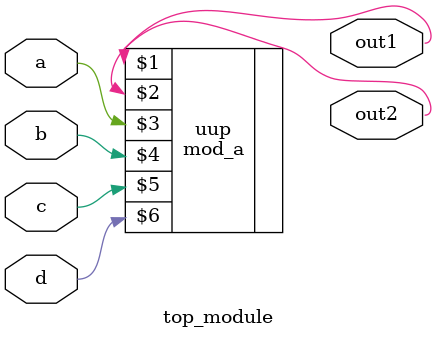
<source format=v>
module top_module ( 
    input a, 
    input b, 
    input c,
    input d,
    output out1,
    output out2
);
    
    mod_a uup(out1, out2, a, b, c, d);

endmodule

</source>
